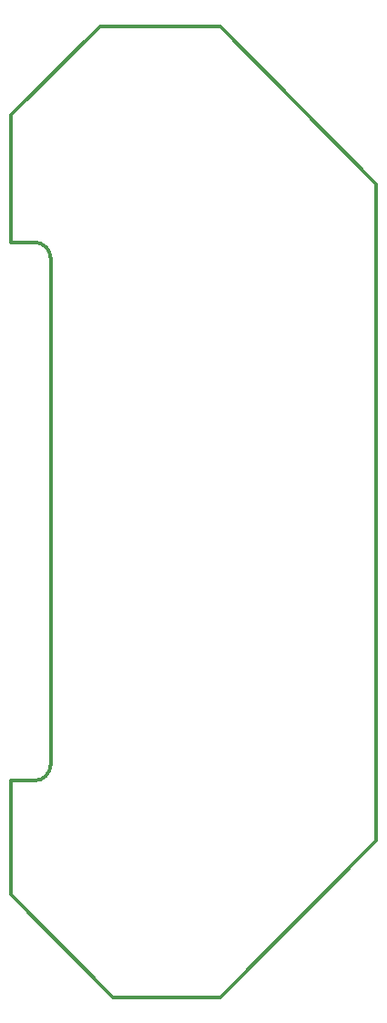
<source format=gm1>
G04*
G04 #@! TF.GenerationSoftware,Altium Limited,Altium Designer,23.3.1 (30)*
G04*
G04 Layer_Color=16711935*
%FSAX42Y42*%
%MOMM*%
G71*
G04*
G04 #@! TF.SameCoordinates,74D896C7-0FB9-4F26-AAB1-64D905586B64*
G04*
G04*
G04 #@! TF.FilePolarity,Positive*
G04*
G01*
G75*
%ADD10C,0.30*%
D10*
X000385Y006874D02*
G03*
X000235Y007024I-000150J000000D01*
G01*
Y002024D02*
G03*
X000385Y002174I000000J000150D01*
G01*
X000999Y000015D02*
X001965D01*
X003415Y001465D01*
X001965Y009032D02*
X003415Y007565D01*
X000842Y009032D02*
X001965D01*
X000015Y008205D02*
X000842Y009032D01*
X003415Y007565D02*
X003415Y001465D01*
X000015Y000965D02*
X000965Y000015D01*
X000015Y000965D02*
Y002024D01*
Y007024D02*
X000235D01*
X000015Y002024D02*
X000235D01*
X000385Y002174D02*
X000385Y006874D01*
X000015Y007024D02*
Y008205D01*
X000965Y000015D02*
X000999D01*
M02*

</source>
